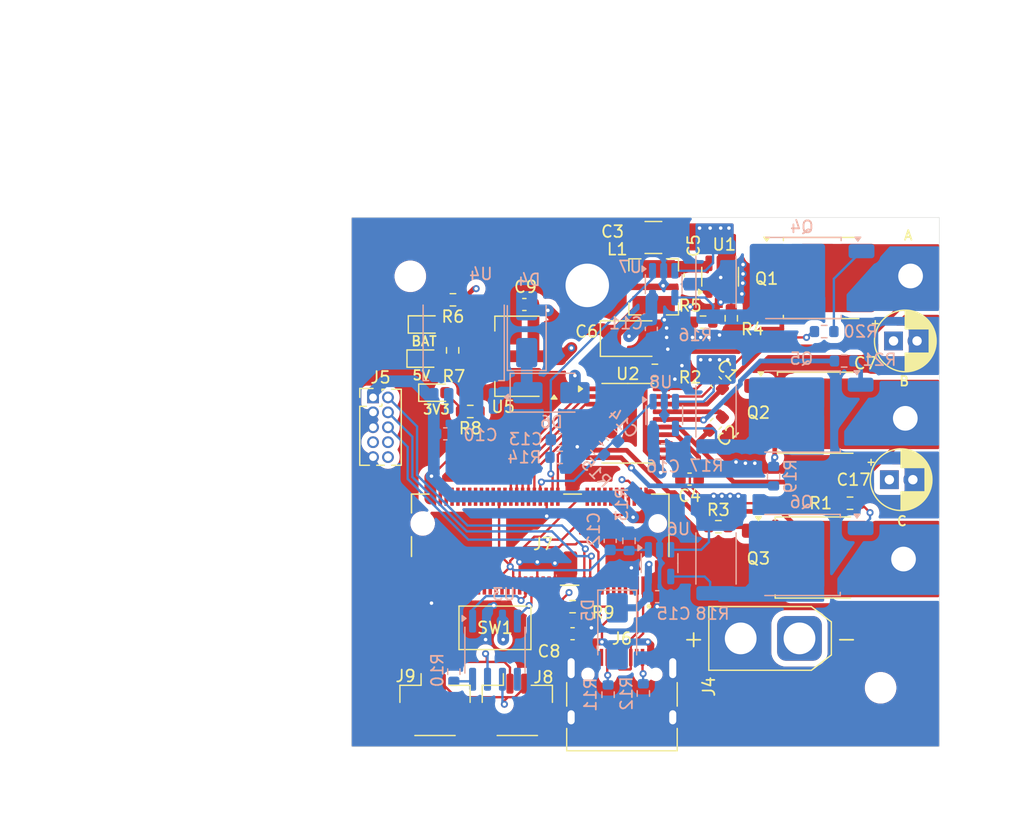
<source format=kicad_pcb>
(kicad_pcb (version 20240108) (generator "pcbnew") (generator_version "8.0")
  (layers (0 "F.Cu" signal) (1 "In1.Cu" signal) (2 "In2.Cu" signal) (31 "B.Cu" signal) (34 "B.Paste" user) (35 "F.Paste" user) (36 "B.SilkS" user "B.Silkscreen") (37 "F.SilkS" user "F.Silkscreen") (38 "B.Mask" user) (39 "F.Mask" user) (44 "Edge.Cuts" user))
  (net 0 "")
  (net 1 "/Logic/A.BOOTSTRAP")
  (net 2 "Net-(U1-CB)")
  (net 3 "Net-(U1-SW)")
  (net 4 "/Logic/A.SOURCE")
  (net 5 "/Logic/B.BOOTSTRAP")
  (net 6 "/Logic/B.SOURCE")
  (net 7 "+5V")
  (net 8 "GND")
  (net 9 "+BATT")
  (net 10 "Net-(Q1-G)")
  (net 11 "Net-(Q2-G)")
  (net 12 "/Logic/SWDIO")
  (net 13 "Net-(Q3-G)")
  (net 14 "Net-(D1-A)")
  (net 15 "/Logic/INLC")
  (net 16 "/Logic/~{BOOT}")
  (net 17 "Net-(D4-K)")
  (net 19 "Net-(J5-~{RESET})")
  (net 21 "Net-(J6-CC2)")
  (net 22 "Net-(J6-CC1)")
  (net 23 "/Logic/INHC")
  (net 24 "/Logic/INLA")
  (net 25 "/Logic/SWDCK")
  (net 28 "/Logic/INHB")
  (net 29 "/Logic/INLB")
  (net 30 "+3V3")
  (net 31 "/Logic/SWO")
  (net 32 "/Logic/INHA")
  (net 34 "/Logic/C.BOOTSTRAP")
  (net 37 "/Logic/C.SOURCE")
  (net 38 "/Logic/USB.VUSB")
  (net 41 "Net-(D2-A)")
  (net 42 "/Logic/USB.D+")
  (net 43 "/Logic/USB.D-")
  (net 44 "unconnected-(J8-MountPin-PadMP)")
  (net 45 "Net-(J8-Pin_2)")
  (net 46 "Net-(J8-Pin_1)")
  (net 47 "/Logic/CURRENT_B")
  (net 48 "/Logic/CURRENT_C")
  (net 49 "unconnected-(J9-MountPin-PadMP)")
  (net 50 "/Logic/CURRENT_A")
  (net 51 "Net-(D3-A)")
  (net 52 "Net-(Q4-D)")
  (net 53 "Net-(Q4-G)")
  (net 54 "Net-(Q5-G)")
  (net 55 "Net-(Q5-D)")
  (net 57 "Net-(U3-Rs)")
  (net 58 "/Logic/CAN_TX")
  (net 59 "/Logic/CAN_RX")
  (net 60 "Net-(Q6-G)")
  (net 61 "/Logic/A.GATEH")
  (net 62 "/Logic/A.GATEL")
  (net 63 "/Logic/B.GATEH")
  (net 64 "/Logic/B.GATEL")
  (net 65 "/Logic/C.GATEH")
  (net 66 "Net-(Q6-D)")
  (net 67 "/Logic/C.GATEL")
  (net 68 "+12V")
  (net 69 "Net-(U1-FB)")
  (footprint "Package_TO_SOT_SMD:TO-252-2" (layer "F.Cu") (at 184.34 97.92)
    (property "Reference" "Q3")
    (property "Value" "Q_NMOS_GDS")
  )
  (footprint "Inductor_SMD:L_Bourns-SRN4018" (layer "F.Cu") (at 170.7 74.9 -90)
    (property "Reference" "L1")
    (property "Value" "15uH")
  )
  (footprint "Capacitor_Tantalum_SMD:CP_EIA-3528-12_Kemet-T_Pad1.50x2.35mm_HandSolder" (layer "F.Cu") (at 168.8 79.3)
    (property "Reference" "C6")
    (property "Value" "22uF")
  )
  (footprint "LED_SMD:LED_0603_1608Metric" (layer "F.Cu") (at 152.2 83.9)
    (property "Reference" "D3" (hide yes))
    (property "Value" "RED")
  )
  (footprint "Resistor_SMD:R_0603_1608Metric" (layer "F.Cu") (at 170.8 82)
    (property "Reference" "R2")
    (property "Value" "10")
  )
  (footprint "Button_Switch_SMD:SW_SPST_CK_RS282G05A3" (layer "F.Cu") (at 157.2 103.9)
    (property "Reference" "SW1")
    (property "Value" "SW_Push")
  )
  (footprint "LED_SMD:LED_0603_1608Metric" (layer "F.Cu") (at 151.2 81)
    (property "Reference" "D2" (hide yes))
    (property "Value" "GREEN")
  )
  (footprint "Package_TO_SOT_SMD:SOT-223-3_TabPin2" (layer "F.Cu") (at 159.1 80.8 180)
    (property "Reference" "U5")
    (property "Value" "AMS1117-5.0")
  )
  (footprint "Resistor_SMD:R_0603_1608Metric" (layer "F.Cu") (at 163.8 102.1 180)
    (property "Reference" "R9")
    (property "Value" "10k")
  )
  (footprint "Connector_AMASS:AMASS_XT30U-M_1x02_P5.0mm_Vertical" (layer "F.Cu") (at 183.1 104.8 180)
    (property "Reference" "J4")
    (property "Value" "XT-30")
  )
  (footprint "LED_SMD:LED_0603_1608Metric" (layer "F.Cu") (at 151.3125 78.1)
    (property "Reference" "D1" (hide yes))
    (property "Value" "BLUE")
  )
  (footprint "Capacitor_THT:CP_Radial_D5.0mm_P2.00mm" (layer "F.Cu") (at 190.744888 91.3)
    (property "Reference" "C17")
    (property "Value" "22uF")
  )
  (footprint "Resistor_SMD:R_0603_1608Metric" (layer "F.Cu") (at 153.625 76 180)
    (property "Reference" "R6")
    (property "Value" "1.8k")
  )
  (footprint "Capacitor_SMD:C_0603_1608Metric" (layer "F.Cu") (at 176 83 -45)
    (property "Reference" "C1")
    (property "Value" "100nF")
  )
  (footprint "Capacitor_SMD:C_0603_1608Metric" (layer "F.Cu") (at 163.8 104.4)
    (property "Reference" "C8")
    (property "Value" "C")
  )
  (footprint "Capacitor_SMD:C_0603_1608Metric" (layer "F.Cu") (at 173.75 91.25 180)
    (property "Reference" "C4")
    (property "Value" "100nF")
  )
  (footprint "Resistor_SMD:R_0603_1608Metric" (layer "F.Cu") (at 155.1 85.5 180)
    (property "Reference" "R8")
    (property "Value" "68")
  )
  (footprint "Connector_Wire:SolderWire-1.5sqmm_1x01_D1.7mm_OD3.9mm" (layer "F.Cu") (at 192.1 86.08)
    (property "Reference" "J2" (hide yes))
    (property "Value" "MOTOR A")
  )
  (footprint "SJSU_common:micromod" (layer "F.Cu") (at 161.05 86.775)
    (property "Reference" "J7")
    (property "Value" "MicroMod" (hide yes))
  )
  (footprint "Package_TO_SOT_SMD:TO-252-2" (layer "F.Cu") (at 185.04 74.145)
    (property "Reference" "Q1")
    (property "Value" "Q_NMOS_GDS")
  )
  (footprint "Resistor_SMD:R_0603_1608Metric" (layer "F.Cu") (at 176.2 95.3)
    (property "Reference" "R3")
    (property "Value" "10")
  )
  (footprint "Connector_JST:JST_GH_SM02B-GHS-TB_1x02-1MP_P1.25mm_Horizontal" (layer "F.Cu") (at 159.1 110.5)
    (property "Reference" "J8")
    (property "Value" "CAN")
  )
  (footprint "MountingHole:MountingHole_2.2mm_M2" (layer "F.Cu") (at 150 74)
    (property "Reference" "H1" (hide yes))
    (property "Value" "MountingHole")
  )
  (footprint "Connector_JST:JST_GH_SM02B-GHS-TB_1x02-1MP_P1.25mm_Horizontal" (layer "F.Cu") (at 152.1 110.5)
    (property "Reference" "J9")
    (property "Value" "CAN")
  )
  (footprint "Connector_PinHeader_1.27mm:PinHeader_2x05_P1.27mm_Vertical" (layer "F.Cu") (at 146.83 84.3)
    (property "Reference" "J5")
    (property "Value" "Conn_ARM_JTAG_SWD_10")
  )
  (footprint "Capacitor_SMD:C_1210_3225Metric" (layer "F.Cu") (at 170.675 70.7)
    (property "Reference" "C3")
    (property "Value" "4.7uF")
  )
  (footprint "Connector_Wire:SolderWire-1.5sqmm_1x01_D1.7mm_OD3.9mm" (layer "F.Cu") (at 191.95 98.05)
    (property "Reference" "J3" (hide yes))
    (property "Value" "MOTOR A")
  )
  (footprint "MountingHole:MountingHole_2.2mm_M2" (layer "F.Cu") (at 190 109)
    (property "Reference" "H2" (hide yes))
    (property "Value" "MountingHole")
  )
  (footprint "Capacitor_SMD:C_0603_1608Metric" (layer "F.Cu") (at 159.7 76.4 180)
    (property "Reference" "C9")
    (property "Value" "2.2uF")
  )
  (footprint "Package_TO_SOT_SMD:TO-252-2" (layer "F.Cu") (at 184.54 85.6025)
    (property "Reference" "Q2")
    (property "Value" "Q_NMOS_GDS")
  )
  (footprint "Connector_Wire:SolderWire-1.5sqmm_1x01_D1.7mm_OD3.9mm" (layer "F.Cu") (at 192.55 73.975)
    (property "Reference" "J1" (hide yes))
    (property "Value" "MOTOR A")
  )
  (footprint "Connector_USB:USB_C_Receptacle_HRO_TYPE-C-31-M-12" (layer "F.Cu") (at 168 110.46)
    (property "Reference" "J6")
    (property "Value" "USB_C_Receptacle_USB2.0_16P")
  )
  (footprint "Resistor_SMD:R_0603_1608Metric" (layer "F.Cu") (at 177.3 77.575 90)
    (property "Reference" "R4")
    (property "Value" "3.9k")
  )
  (footprint "Capacitor_SMD:C_0603_1608Metric" (layer "F.Cu") (at 176 86.55 -135)
    (property "Reference" "C2")
    (property "Value" "100nF")
  )
  (footprint "Resistor_SMD:R_0603_1608Metric" (layer "F.Cu") (at 187.4 93.3)
    (property "Reference" "R1")
    (property "Value" "10")
  )
  (footprint "Package_SO:TSSOP-20_4.4x6.5mm_P0.65mm" (layer "F.Cu") (at 168.5 86.5)
    (property "Reference" "U2")
    (property "Value" "DRV8300DPW")
  )
  (footprint "Capacitor_SMD:C_0603_1608Metric" (layer "F.Cu") (at 173.8 73.9 90)
    (property "Reference" "C5")
    (property "Value" "0.1uF")
  )
  (footprint "Package_TO_SOT_SMD:SOT-23-6" (layer "F.Cu") (at 176.35 74.0375 90)
    (property "Reference" "U1")
    (property "Value" "LMR51610YDBVR")
  )
  (footprint "Resistor_SMD:R_0603_1608Metric" (layer "F.Cu") (at 153.6 80.3 90)
    (property "Reference" "R7")
    (property "Value" "120")
  )
  (footprint "Capacitor_THT:CP_Radial_D5.0mm_P2.00mm" (layer "F.Cu") (at 191.1 79.5)
    (property "Reference" "C7")
    (property "Value" "22uF")
  )
  (footprint "Resistor_SMD:R_0603_1608Metric" (layer "F.Cu") (at 174.9 77.9 180)
    (property "Reference" "R5")
    (property "Value" "56k")
  )
  (footprint "Resistor_SMD:R_0603_1608Metric" (layer "B.Cu") (at 162.7 89.4 180)
    (property "Reference" "R14")
    (property "Value" "82k")
  )
  (footprint "Resistor_SMD:R_2512_6332Metric" (layer "B.Cu") (at 176 98 90)
    (property "Reference" "R18")
    (property "Value" "10m")
  )
  (footprint "SJSU_common:TO-252AD" (layer "B.Cu") (at 158.3375 79.54 90)
    (property "Reference" "U4")
    (property "Value" "LF33CPT-TR" (hide yes))
  )
  (footprint "Capacitor_SMD:C_0603_1608Metric" (layer "B.Cu") (at 167.1 87.5 135)
    (property "Reference" "C14")
    (property "Value" "TBD")
  )
  (footprint "Resistor_SMD:R_0603_1608Metric" (layer "B.Cu") (at 169.82 109.485 -90)
    (property "Reference" "R12")
    (property "Value" "5.1k")
  )
  (footprint "Diode_SMD:D_SMA" (layer "B.Cu") (at 167.6 104.2 -90)
    (property "Reference" "D5")
    (property "Value" "D")
  )
  (footprint "Capacitor_SMD:C_0603_1608Metric" (layer "B.Cu") (at 167 96.5 90)
    (property "Reference" "C12")
    (property "Value" "TBD")
  )
  (footprint "Resistor_SMD:R_0603_1608Metric" (layer "B.Cu") (at 153.7 107.625 -90)
    (property "Reference" "R10")
    (property "Value" "100")
  )
  (footprint "Capacitor_SMD:C_0603_1608Metric" (layer "B.Cu") (at 171 101.25)
    (property "Reference" "C15")
    (property "Value" "0.1uF")
  )
  (footprint "Package_TO_SOT_SMD:SOT-23-5" (layer "B.Cu") (at 171.6 85.8 -90)
    (property "Reference" "U8")
    (property "Value" "INA169")
  )
  (footprint "Resistor_SMD:R_0603_1608Metric" (layer "B.Cu") (at 165.883363 88.583363 -45)
    (property "Reference" "R15")
    (property "Value" "82k")
  )
  (footprint "Capacitor_SMD:C_0603_1608Metric" (layer "B.Cu") (at 171.5 88.75)
    (property "Reference" "C16")
    (property "Value" "0.1uF")
  )
  (footprint "Resistor_SMD:R_0603_1608Metric" (layer "B.Cu") (at 180.9 91 90)
    (property "Reference" "R19")
    (property "Value" "10")
  )
  (footprint "Package_TO_SOT_SMD:TO-252-2" (layer "B.Cu") (at 183.26 85.5025 180)
    (property "Reference" "Q5")
    (property "Value" "Q_NMOS_GDS")
  )
  (footprint "Resistor_SMD:R_0603_1608Metric" (layer "B.Cu") (at 168.6 96.5 -90)
    (property "Reference" "R13")
    (property "Value" "82k")
  )
  (footprint "Resistor_SMD:R_0603_1608Metric" (layer "B.Cu") (at 166.82 109.585 -90)
    (property "Reference" "R11")
    (property "Value" "5.1k")
  )
  (footprint "Diode_SMD:D_SMA" (layer "B.Cu") (at 159.9 78.5 90)
    (property "Reference" "D4")
    (property "Value" "D")
  )
  (footprint "Resistor_SMD:R_2512_6332Metric" (layer "B.Cu") (at 176 74.47 90)
    (property "Reference" "R16")
    (property "Value" "10m")
  )
  (footprint "Package_TO_SOT_SMD:TO-252-2" (layer "B.Cu") (at 183.26 97.7025 180)
    (property "Reference" "Q6")
    (property "Value" "Q_NMOS_GDS")
  )
  (footprint "Package_SO:SOIC-8_3.9x4.9mm_P1.27mm" (layer "B.Cu") (at 157.2 105.8 -90)
    (property "Reference" "U3")
    (property "Value" "SN65HVD230")
  )
  (footprint "Capacitor_SMD:C_0603_1608Metric" (layer "B.Cu") (at 170.5 78.475 -90)
    (property "Reference" "C11")
    (property "Value" "0.1uF")
  )
  (footprint "Resistor_SMD:R_0603_1608Metric" (layer "B.Cu") (at 186.9 81.2)
    (property "Reference" "R21")
    (property "Value" "10")
  )
  (footprint "Diode_SMD:D_SMA" (layer "B.Cu") (at 162 83.9)
    (property "Reference" "D6")
    (property "Value" "D")
  )
  (footprint "Package_TO_SOT_SMD:TO-252-2" (layer "B.Cu") (at 183.335 74.145 180)
    (property "Reference" "Q4")
    (property "Value" "Q_NMOS_GDS")
  )
  (footprint "Resistor_SMD:R_2512_6332Metric" (layer "B.Cu") (at 176 85.5 90)
    (property "Reference" "R17")
    (property "Value" "10m")
  )
  (footprint "Capacitor_SMD:C_0603_1608Metric" (layer "B.Cu") (at 152.975 87.4)
    (property "Reference" "C10")
    (property "Value" "2.2uF")
  )
  (footprint "Package_TO_SOT_SMD:SOT-23-5" (layer "B.Cu") (at 171.55 74.67 -90)
    (property "Reference" "U7")
    (property "Value" "INA169")
  )
  (footprint "Package_TO_SOT_SMD:SOT-23-5" (layer "B.Cu") (at 171.2 98.4 -90)
    (property "Reference" "U6")
    (property "Value" "INA169")
  )
  (footprint "Capacitor_SMD:C_0603_1608Metric" (layer "B.Cu") (at 162.725 87.9)
    (property "Reference" "C13")
    (property "Value" "TBD")
  )
  (footprint "Resistor_SMD:R_0603_1608Metric" (layer "B.Cu") (at 185.2 78.7)
    (property "Reference" "R20")
    (property "Value" "10")
  )
  (gr_rect (start 145 69) (end 195 114) (stroke (width 0.0381)) (fill none) (layer "Edge.Cuts"))
  (gr_text "B\n" (at 191.5 83.4 0) (layer "F.SilkS") (effects (font (size 0.8128 0.8128) (thickness 0.1524) (bold yes)) (justify left bottom)))
  (gr_text "3V3\n" (at 151 85.8 0) (layer "F.SilkS") (effects (font (size 0.8128 0.8128) (thickness 0.1524) (bold yes)) (justify left bottom)))
  (gr_text "5V\n" (at 150.1 82.9 0) (layer "F.SilkS") (effects (font (size 0.8128 0.8128) (thickness 0.1524) (bold yes)) (justify left bottom)))
  (gr_text "BAT" (at 150 80 0) (layer "F.SilkS") (effects (font (size 0.8128 0.8128) (thickness 0.1524) (bold yes)) (justify left bottom)))
  (gr_text "C" (at 191.3 95.3 0) (layer "F.SilkS") (effects (font (size 0.8128 0.8128) (thickness 0.1524) (bold yes)) (justify left bottom)))
  (gr_text "A" (at 191.9 71 0) (layer "F.SilkS") (effects (font (size 0.8128 0.8128) (thickness 0.1524) (bold yes)) (justify left bottom)))
  (segment (start 174.328984 83.575) (end 171.3625 83.575) (width 0.2) (layer "F.Cu") (net 1))
  (segment (start 175.451992 82.451992) (end 174.328984 83.575) (width 0.2) (layer "F.Cu") (net 1))
  (segment (start 173.8 74.675) (end 174.85 74.675) (width 1) (layer "F.Cu") (net 2))
  (segment (start 174.85 74.675) (end 175.35 75.175) (width 1) (layer "F.Cu") (net 2))
  (segment (start 171.3625 84.875) (end 175.225 84.875) (width 0.4) (layer "F.Cu") (net 4))
  (segment (start 188.3 80) (end 192 76.3) (width 0.4) (layer "F.Cu") (net 4))
  (segment (start 192 76.3) (end 192 75.5) (width 0.4) (layer "F.Cu") (net 4))
  (segment (start 175.225 84.875) (end 180.1 80) (width 0.4) (layer "F.Cu") (net 4))
  (segment (start 180.1 80) (end 188.3 80) (width 0.4) (layer "F.Cu") (net 4))
  (segment (start 176.318502 85.525) (end 176.671751 85.878249) (width 0.4) (layer "F.Cu") (net 5))
  (segment (start 171.3625 85.525) (end 176.318502 85.525) (width 0.4) (layer "F.Cu") (net 5))
  (segment (start 188.25407 91.5) (end 192.1 87.65407) (width 0.4) (layer "F.Cu") (net 6))
  (segment (start 177.5 91.5) (end 188.25407 91.5) (width 0.4) (layer "F.Cu") (net 6))
  (segment (start 171.3625 86.825) (end 172.825 86.825) (width 0.4) (layer "F.Cu") (net 6))
  (segment (start 172.825 86.825) (end 177.5 91.5) (width 0.4) (layer "F.Cu") (net 6))
  (segment (start 175.328249 87.221751) (end 174.3 88.25) (width 0.4) (layer "F.Cu") (net 6))
  (segment (start 160.475 80.525) (end 160.475 76.4) (width 1) (layer "F.Cu") (net 7))
  (segment (start 162.25 80.8) (end 163 80.8) (width 1) (layer "F.Cu") (net 7))
  (segment (start 160.2 80.8) (end 155.95 80.8) (width 1) (layer "F.Cu") (net 7))
  (segment (start 153.6 81.125) (end 155.625 81.125) (width 0.2) (layer "F.Cu") (net 7))
  (segment (start 160.2 80.8) (end 160.475 80.525) (width 1) (layer "F.Cu") (net 7))
  (segment (start 162.25 80.8) (end 160.2 80.8) (width 1) (layer "F.Cu") (net 7))
  (segment (start 163 80.8) (end 163.7 80.1) (width 1) (layer "F.Cu") (net 7))
  (via (at 171.3 90.7) (size 0.6) (drill 0.3) (layers "F.Cu" "B.Cu") (net 7))
  (via (at 168.6 79.1) (size 0.6) (drill 0.3) (layers "F.Cu" "B.Cu") (net 7))
  (via (at 163.7 80.1) (size 0.6) (drill 0.3) (layers "F.Cu" "B.Cu") (net 7))
  (via (at 170.3 98.5) (size 0.6) (drill 0.3) (layers "F.Cu" "B.Cu") (net 7))
  (via (at 164.000001 82.446873) (size 0.6) (drill 0.3) (layers "F.Cu" "B.Cu") (net 7))
  (segment (start 164.000001 82.446873) (end 164.000001 83.9) (width 1) (layer "B.Cu") (net 7))
  (segment (start 170.225 99.5625) (end 170.25 99.5375) (width 0.6) (layer "B.Cu") (net 7))
  (segment (start 167.6 102.2) (end 169.275 102.2) (width 0.6) (layer "B.Cu") (net 7))
  (segment (start 170.65 88.675) (end 170.725 88.75) (width 1) (layer "B.Cu") (net 7))
  (segment (start 170.725 88.75) (end 170.725 90.125) (width 1) (layer "B.Cu") (net 7))
  (segment (start 168.6 79.1) (end 170 77.7) (width 1) (layer "B.Cu") (net 7))
  (segment (start 170.725 90.125) (end 171.3 90.7) (width 1) (layer "B.Cu") (net 7))
  (segment (start 169.275 102.2) (end 170.225 101.25) (width 0.6) (layer "B.Cu") (net 7))
  (segment (start 170.65 86.9375) (end 170.65 88.675) (width 1) (layer "B.Cu") (net 7))
  (segment (start 170.5 75.9075) (end 170.6 75.8075) (width 1) (layer "B.Cu") (net 7))
  (segment (start 170 77.7) (end 170.5 77.7) (width 1) (layer "B.Cu") (net 7))
  (segment (start 170.25 98.55) (end 170.3 98.5) (width 0.6) (layer "B.Cu") (net 7))
  (segment (start 170.25 99.5375) (end 170.25 98.55) (width 0.6) (layer "B.Cu") (net 7))
  (segment (start 170.5 77.7) (end 170.5 75.9075) (width 1) (layer "B.Cu") (net 7))
  (segment (start 170.225 101.25) (end 170.225 99.5625) (width 0.6) (layer "B.Cu") (net 7))
  (segment (start 164.6 88.1) (end 165.6625 88.1) (width 0.2) (layer "F.Cu") (net 8))
  (segment (start 170.3 100.3) (end 170.3 101.4) (width 0.2) (layer "F.Cu") (net 8))
  (segment (start 176.35 75.175) (end 176.35 74.15) (width 0.4) (layer "F.Cu") (net 8))
  (segment (start 168.8 100.3) (end 168.8 98.8) (width 0.2) (layer "F.Cu") (net 8))
  (segment (start 151.8 100.3) (end 151.8 101.8) (width 0.2) (layer "F.Cu") (net 8))
  (segment (start 177.675 74.1) (end 180 76.425) (width 0.4) (layer "F.Cu") (net 8))
  (segment (start 160.8 100.3) (end 160.8 98.3) (width 0.2) (layer "F.Cu") (net 8))
  (segment (start 164.2 88.5) (end 164.6 88.1) (width 0.2) (layer "F.Cu") (net 8))
  (segment (start 159.3 100.3) (end 159.3 98.3) (width 0.2) (layer "F.Cu") (net 8))
  (segment (start 170.3 101.4) (end 171 102.1) (width 0.2) (layer "F.Cu") (net 8))
  (segment (start 176.35 74.15) (end 176.4 74.1) (width 0.4) (layer "F.Cu") (net 8))
  (segment (start 176.4 74.1) (end 177.675 74.1) (width 0.4) (layer "F.Cu") (net 8))
  (segment (start 161.6 94.4) (end 161.6 92.8) (width 0.2) (layer "F.Cu") (net 8))
  (segment (start 162.3 100.3) (end 162.3 98.4) (width 0.2) (layer "F.Cu") (net 8))
  (via (at 165.4 103.9) (size 0.6) (drill 0.3) (layers "F.Cu" "B.Cu") (net 8))
  (via (at 177.7 89.8) (size 0.6) (drill 0.3) (layers "F.Cu" "B.Cu") (net 8))
  (via (at 178.3 73.8) (size 0.6) (drill 0.3) (layers "F.Cu" "B.Cu") (net 8))
  (via (at 171.6 77.7) (size 0.6) (drill 0.3) (layers "F.Cu" "B.Cu") (net 8))
  (via (at 173.1 81.6) (size 0.6) (drill 0.3) (layers "F.Cu" "B.Cu") (net 8))
  (via (at 174 79.2) (size 0.6) (drill 0.3) (layers "F.Cu" "B.Cu") (net 8))
  (via (at 176.4 74.1) (size 0.6) (drill 0.3) (layers "F.Cu" "B.Cu") (net 8))
  (via (at 179.3 89.9) (size 0.6) (drill 0.3) (layers "F.Cu" "B.Cu") (net 8))
  (via (at 161.6 94.4) (size 0.6) (drill 0.3) (layers "F.Cu" "B.Cu") (net 8))
  (via (at 164.2 88.5) (size 0.6) (drill 0.3) (layers "F.Cu" "B.Cu") (net 8))
  (via (at 156.4 104.9) (size 0.6) (drill 0.3) (layers "F.Cu" "B.Cu") (net 8))
  (via (at 176.4 76.2) (size 0.6) (drill 0.3) (layers "F.Cu" "B.Cu") (net 8))
  (via (at 174.7 79.2) (size 0.6) (drill 0.3) (layers "F.Cu" "B.Cu") (net 8))
  (via (at 168.8 98.8) (size 0.6) (drill 0.3) (layers "F.Cu" "B.Cu") (net 8))
  (via (at 176.3 79) (size 0.6) (drill 0.3) (layers "F.Cu" "B.Cu") (net 8))
  (via (at 171.9 80.2) (size 0.6) (drill 0.3) (layers "F.Cu" "B.Cu") (net 8))
  (via (at 178.3 73) (size 0.6) (drill 0.3) (layers "F.Cu" "B.Cu") (net 8))
  (via (at 159.3 98.3) (size 0.6) (drill 0.3) (layers "F.Cu" "B.Cu") (net 8))
  (via (at 172.5 82.75) (size 0.6) (drill 0.3) (layers "F.Cu" "B.Cu") (net 8))
  (via (at 173.8 76.6) (size 0.6) (drill 0.3) (layers "F.Cu" "B.Cu") (net 8))
  (via (at 178.5 89.9) (size 0.6) (drill 0.3) (layers "F.Cu" "B.Cu") (net 8))
  (via (at 178.2 75.5) (size 0.6) (drill 0.3) (layers "F.Cu" "B.Cu") (net 8))
  (via (at 157.1 102) (size 0.6) (drill 0.3) (layers "F.Cu" "B.Cu") (net 8))
  (via (at 162.3 98.4) (size 0.6) (drill 0.3) (layers "F.Cu" "B.Cu") (net 8))
  (via (at 160.8 98.3) (size 0.6) (drill 0.3) (layers "F.Cu" "B.Cu") (net 8))
  (via (at 151.8 101.8) (size 0.6) (drill 0.3) (layers "F.Cu" "B.Cu") (net 8))
  (via (at 178.273396 74.582254) (size 0.6) (drill 0.3) (layers "F.Cu" "B.Cu") (net 8))
  (via (at 171.8 78.4) (size 0.6) (drill 0.3) (layers "F.Cu" "B.Cu") (net 8))
  (via (at 171 102.1) (size 0.6) (drill 0.3) (layers "F.Cu" "B.Cu") (net 8))
  (via (at 175.4 79.2) (size 0.6) (drill 0.3) (layers "F.Cu" "B.Cu") (net 8))
  (via (at 171.5 74.8) (size 0.6) (drill 0.3) (layers "F.Cu" "B.Cu") (net 8))
  (via (at 171.8 79.2) (size 0.6) (drill 0.3) (layers "F.Cu" "B.Cu") (net 8))
  (segment (start 156.565 103.325) (end 156.565 104.735) (width 0.2) (layer "B.Cu") (net 8))
  (segment (start 156.565 104.735) (end 156.4 104.9) (width 0.2) (layer "B.Cu") (net 8))
  (segment (start 171.2 97.2625) (end 171.2 97.924999) (width 0.2) (layer "B.Cu") (net 8))
  (segment (start 172.15 100.875) (end 171.775 101.25) (width 0.6) (layer "B.Cu") (net 8))
  (segment (start 151.425 105.7) (end 151.425 104.575) (width 0.2) (layer "B.Cu") (net 8))
  (segment (start 171.6 84.6625) (end 171.6 85.324999) (width 0.2) (layer "B.Cu") (net 8))
  (segment (start 155.6 75.05) (end 155.4 75.05) (width 0.4) (layer "F.Cu") (net 9))
  (segment (start 155.4 75.05) (end 154.45 76) (width 0.4) (layer "F.Cu") (net 9))
  (via (at 176.3 81.1) (size 0.6) (drill 0.3) (layers "F.Cu" "B.Cu") (net 9))
  (via (at 177.1 69.9) (size 0.6) (drill 0.3) (layers "F.Cu" "B.Cu") (net 9))
  (via (at 175.5 81.1) (size 0.6) (drill 0.3) (layers "F.Cu" "B.Cu") (net 9))
  (via (at 176.5 92.7) (size 0.6) (drill 0.3) (layers "F.Cu" "B.Cu") (net 9))
  (via (at 155.6 75.05) (size 0.6) (drill 0.3) (layers "F.Cu" "B.Cu") (net 9))
  (via (at 174.7 81.1) (size 0.6) (drill 0.3) (layers "F.Cu" "B.Cu") (net 9))
  (via (at 174.6 69.9) (size 0.6) (drill 0.3) (layers "F.Cu" "B.Cu") (net 9))
  (via (at 175.8 92.7) (size 0.6) (drill 0.3) (layers "F.Cu" "B.Cu") (net 9))
  (via (at 175.5 69.9) (size 0.6) (drill 0.3) (layers "F.Cu" "B.Cu") (net 9))
  (via (at 177.2 92.7) (size 0.6) (drill 0.3) (layers "F.Cu" "B.Cu") (net 9))
  (via (at 177 81.1) (size 0.6) (drill 0.3) (layers "F.Cu" "B.Cu") (net 9))
  (via (at 177.9 92.7) (size 0.6) (drill 0.3) (layers "F.Cu" "B.Cu") (net 9))
  (via (at 176.4 69.9) (size 0.6) (drill 0.3) (layers "F.Cu" "B.Cu") (net 9))
  (segment (start 175.4 96.6) (end 175.4 95.2375) (width 0.2) (layer "B.Cu") (net 9))
  (segment (start 172.5 73.5325) (end 175.0875 73.5325) (width 0.2) (layer "B.Cu") (net 9))
  (segment (start 175.8 83.8) (end 175.8 82.6375) (width 0.2) (layer "B.Cu") (net 9))
  (segment (start 174.9375 84.6625) (end 175.8 83.8) (width 0.2) (layer "B.Cu") (net 9))
  (segment (start 172.55 84.6625) (end 174.9375 84.6625) (width 0.2) (layer "B.Cu") (net 9))
  (segment (start 174.7375 97.2625) (end 175.4 96.6) (width 0.2) (layer "B.Cu") (net 9))
  (segment (start 175.75 72.87) (end 175.75 71.5075) (width 0.2) (layer "B.Cu") (net 9))
  (segment (start 172.15 97.2625) (end 174.7375 97.2625) (width 0.2) (layer "B.Cu") (net 9))
  (segment (start 175.0875 73.5325) (end 175.75 72.87) (width 0.2) (layer "B.Cu") (net 9))
  (segment (start 181.6 78.5) (end 181.6 73.465) (width 0.4) (layer "F.Cu") (net 10))
  (segment (start 173.225 80.4) (end 177.92825 80.4) (width 0.4) (layer "F.Cu") (net 10))
  (segment (start 177.92825 80.4) (end 179.82825 78.5) (width 0.4) (layer "F.Cu") (net 10))
  (segment (start 179.82825 78.5) (end 181.6 78.5) (width 0.4) (layer "F.Cu") (net 10))
  (segment (start 171.625 82) (end 173.225 80.4) (width 0.4) (layer "F.Cu") (net 10))
  (segment (start 181.6 73.465) (end 180 71.865) (width 0.4) (layer "F.Cu") (net 10))
  (segment (start 181 84.8225) (end 179.5 83.3225) (width 0.4) (layer "F.Cu") (net 11))
  (segment (start 181 89.4) (end 181 84.8225) (width 0.4) (layer "F.Cu") (net 11))
  (via (at 181 89.4) (size 0.6) (drill 0.3) (layers "F.Cu" "B.Cu") (net 11))
  (segment (start 180.9 89.5) (end 181 89.4) (width 0.4) (layer "B.Cu") (net 11))
  (segment (start 180.9 90.175) (end 180.9 89.5) (width 0.4) (layer "B.Cu") (net 11))
  (segment (start 164.887851 97.185422) (end 164.8 97.273273) (width 0.2) (layer "F.Cu") (net 12))
  (segment (start 164.8 97.273273) (end 164.8 100.3) (width 0.2) (layer "F.Cu") (net 12))
  (via (at 164.887851 97.185422) (size 0.6) (drill 0.3) (layers "F.Cu" "B.Cu") (net 12))
  (segment (start 162.902429 95.2) (end 154.86863 95.2) (width 0.2) (layer "B.Cu") (net 12))
  (segment (start 150.573654 86.773654) (end 148.1 84.3) (width 0.2) (layer "B.Cu") (net 12))
  (segment (start 150.573654 90.905024) (end 150.573654 86.773654) (width 0.2) (layer "B.Cu") (net 12))
  (segment (start 164.887851 97.185422) (end 162.902429 95.2) (width 0.2) (layer "B.Cu") (net 12))
  (segment (start 154.86863 95.2) (end 150.573654 90.905024) (width 0.2) (layer "B.Cu") (net 12))
  (segment (start 177.025 95.3) (end 178.96 95.3) (width 0.4) (layer "F.Cu") (net 13))
  (segment (start 152.8 77.4) (end 152.1 78.1) (width 0.2) (layer "F.Cu") (net 14))
  (segment (start 152.8 76) (end 152.8 77.4) (width 0.2) (layer "F.Cu") (net 14))
  (segment (start 165.6375 86.825) (end 164.900001 86.825) (width 0.2) (layer "F.Cu") (net 15))
  (segment (start 164.900001 86.825) (end 162.55 89.175001) (width 0.2) (layer "F.Cu") (net 15))
  (segment (start 162.55 89.175001) (end 162.55 92.75) (width 0.2) (layer "F.Cu") (net 15))
  (segment (start 163.025 103.7) (end 164.625 102.1) (width 0.2) (layer "F.Cu") (net 16))
  (segment (start 162.525 103.9) (end 163.025 104.4) (width 0.2) (layer "F.Cu") (net 16))
  (segment (start 161.1 103.9) (end 162.525 103.9) (width 0.2) (layer "F.Cu") (net 16))
  (segment (start 167.8 101.236708) (end 167.8 100.3) (width 0.2) (layer "F.Cu") (net 16))
  (segment (start 166.936708 102.1) (end 167.8 101.236708) (width 0.2) (layer "F.Cu") (net 16))
  (segment (start 163.025 104.4) (end 163.025 103.7) (width 0.2) (layer "F.Cu") (net 16))
  (segment (start 164.625 102.1) (end 166.936708 102.1) (width 0.2) (layer "F.Cu") (net 16))
  (segment (start 157.7775 83.9) (end 157.0775 84.6) (width 1) (layer "B.Cu") (net 17))
  (segment (start 159.999999 83.9) (end 157.7775 83.9) (width 1) (layer "B.Cu") (net 17))
  (segment (start 159.9 80.5) (end 159.9 83.800001) (width 1) (layer "B.Cu") (net 17))
  (segment (start 168.536708 91.4) (end 169.05 91.913292) (width 0.2) (layer "F.Cu") (net 19))
  (segment (start 168 91.3) (end 168.1 91.4) (width 0.2) (layer "F.Cu") (net 19))
  (segment (start 169.05 91.913292) (end 169.05 92.75) (width 0.2) (layer "F.Cu") (net 19))
  (segment (start 168.1 91.4) (end 168.536708 91.4) (width 0.2) (layer "F.Cu") (net 19))
  (via (at 168 91.3) (size 0.6) (drill 0.3) (layers "F.Cu" "B.Cu") (net 19))
  (segment (start 169.75 106.415) (end 169.75 107.75) (width 0.2) (layer "F.Cu") (net 21))
  (segment (start 169.75 107.75) (end 169.8 107.8) (width 0.2) (layer "F.Cu") (net 21))
  (via (at 169.8 107.8) (size 0.6) (drill 0.3) (layers "F.Cu" "B.Cu") (net 21))
  (segment (start 169.8 107.8) (end 169.8 108.64) (width 0.2) (layer "B.Cu") (net 21))
  (segment (start 166.75 106.415) (end 166.75 107.892145) (width 0.2) (layer "F.Cu") (net 22))
  (segment (start 166.75 107.892145) (end 166.790903 107.933048) (width 0.2) (layer "F.Cu") (net 22))
  (via (at 166.790903 107.933048) (size 0.6) (drill 0.3) (layers "F.Cu" "B.Cu") (net 22))
  (segment (start 166.790903 107.933048) (end 166.790903 108.730903) (width 0.2) (layer "B.Cu") (net 22))
  (segment (start 164.900001 84.875) (end 159.55 90.225001) (width 0.2) (layer "F.Cu") (net 23))
  (segment (start 165.6375 84.875) (end 164.900001 84.875) (width 0.2) (layer "F.Cu") (net 23))
  (segment (start 159.55 90.225001) (end 159.55 92.75) (width 0.2) (layer "F.Cu") (net 23))
  (segment (start 165.6375 85.525) (end 164.900001 85.525) (width 0.2) (layer "F.Cu") (net 24))
  (segment (start 164.900001 85.525) (end 160.05 90.375001) (width 0.2) (layer "F.Cu") (net 24))
  (segment (start 160.05 90.375001) (end 160.05 92.75) (width 0.2) (layer "F.Cu") (net 24))
  (segment (start 165.4 97.800001) (end 165.3 97.900001) (width 0.2) (layer "F.Cu") (net 25))
  (segment (start 165.3 97.900001) (end 165.3 100.3) (width 0.2) (layer "F.Cu") (net 25))
  (via (at 165.4 97.800001) (size 0.6) (drill 0.3) (layers "F.Cu" "B.Cu") (net 25))
  (segment (start 150.173654 87.643654) (end 148.1 85.57) (width 0.2) (layer "B.Cu") (net 25))
  (segment (start 154.802944 95.7) (end 150.173654 91.07071) (width 0.2) (layer "B.Cu") (net 25))
  (segment (start 162.051471 95.7) (end 154.802944 95.7) (width 0.2) (layer "B.Cu") (net 25))
  (segment (start 150.173654 91.07071) (end 150.173654 87.643654) (width 0.2) (layer "B.Cu") (net 25))
  (segment (start 165.4 97.800001) (end 164.151472 97.800001) (width 0.2) (layer "B.Cu") (net 25))
  (segment (start 164.151472 97.800001) (end 162.051471 95.7) (width 0.2) (layer "B.Cu") (net 25))
  (segment (start 164.900001 84.225) (end 159.05 90.075001) (width 0.2) (layer "F.Cu") (net 28))
  (segment (start 159.05 90.075001) (end 159.05 92.75) (width 0.2) (layer "F.Cu") (net 28))
  (segment (start 165.6375 84.225) (end 164.900001 84.225) (width 0.2) (layer "F.Cu") (net 28))
  (segment (start 160.55 90.525001) (end 160.55 92.75) (width 0.2) (layer "F.Cu") (net 29))
  (segment (start 164.900001 86.175) (end 160.55 90.525001) (width 0.2) (layer "F.Cu") (net 29))
  (segment (start 165.6375 86.175) (end 164.900001 86.175) (width 0.2) (layer "F.Cu") (net 29))
  (segment (start 162.975 102.1) (end 162.975 101.425) (width 0.2) (layer "F.Cu") (net 30))
  (segment (start 151.7 91.1) (end 151.7 92.9) (width 1) (layer "F.Cu") (net 30))
  (segment (start 170.4 93.802394) (end 170.4 92.6) (width 1) (layer "F.Cu") (net 30))
  (segment (start 155.925 85.5) (end 155.925 86.875) (width 0.2) (layer "F.Cu") (net 30))
  (segment (start 168.95 94.5) (end 169.702394 94.5) (width 1) (layer "F.Cu") (net 30))
  (segment (start 151.7 91.1) (end 155.925 86.875) (width 0.2) (layer "F.Cu") (net 30))
  (segment (start 169.702394 94.5) (end 170.4 93.802394) (width 1) (layer "F.Cu") (net 30))
  (segment (start 162.975 101.425) (end 163.5 100.9) (width 0.2) (layer "F.Cu") (net 30))
  (via (at 151.8 91) (size 0.6) (drill 0.3) (layers "F.Cu" "B.Cu") (net 30))
  (via (at 157.9 104.9) (size 0.6) (drill 0.3) (layers "F.Cu" "B.Cu") (net 30))
  (via (at 168.95 94.5) (size 0.6) (drill 0.3) (layers "F.Cu" "B.Cu") (net 30))
  (via (at 163.5 100.9) (size 0.6) (drill 0.3) (layers "F.Cu" "B.Cu") (net 30))
  (segment (start 150.3275 82.93) (end 151.9975 84.6) (width 1) (layer "B.Cu") (net 30))
  (segment (start 157.9 103.39) (end 157.835 103.325) (width 1) (layer "B.Cu") (net 30))
  (segment (start 153.525 92.725) (end 167.175 92.725) (width 1) (layer "B.Cu") (net 30))
  (segment (start 157.9 104.9) (end 157.9 103.39) (width 1) (layer "B.Cu") (net 30))
  (segment (start 146.83 83.872943) (end 146.83 84.3) (width 1) (layer "B.Cu") (net 30))
  (segment (start 151.9975 84.6) (end 151.9975 90.8025) (width 1) (layer "B.Cu") (net 30))
  (segment (start 150.3275 82.93) (end 147.772943 82.93) (width 1) (layer "B.Cu") (net 30))
  (segment (start 167.175 92.725) (end 168.95 94.5) (width 1) (layer "B.Cu") (net 30))
  (segment (start 147.772943 82.93) (end 146.83 83.872943) (width 1) (layer "B.Cu") (net 30))
  (segment (start 151.8 91) (end 153.525 92.725) (width 1) (layer "B.Cu") (net 30))
  (segment (start 151.9975 90.8025) (end 151.8 91) (width 1) (layer "B.Cu") (net 30))
  (segment (start 166.5 94.2) (end 166.6 94.3) (width 0.2) (layer "F.Cu") (net 31))
  (segment (start 161.7 96.4) (end 162.9 96.4) (width 0.2) (layer "F.Cu") (net 31))
  (segment (start 165.1 94.2) (end 166.5 94.2) (width 0.2) (layer "F.Cu") (net 31))
  (segment (start 168.55 93.768629) (end 168.55 92.75) (width 0.2) (layer "F.Cu") (net 31))
  (segment (start 166.6 94.3) (end 168.018629 94.3) (width 0.2) (layer "F.Cu") (net 31))
  (segment (start 162.9 96.4) (end 165.1 94.2) (width 0.2) (layer "F.Cu") (net 31))
  (segment (start 168.018629 94.3) (end 168.55 93.768629) (width 0.2) (layer "F.Cu") (net 31))
  (via (at 161.7 96.4) (size 0.6) (drill 0.3) (layers "F.Cu" "B.Cu") (net 31))
  (segment (start 154.937258 96.4) (end 161.7 96.4) (width 0.2) (layer "B.Cu") (net 31))
  (segment (start 149.773654 91.236396) (end 149.773654 88.513654) (width 0.2) (layer "B.Cu") (net 31))
  (segment (start 149.773654 88.513654) (end 148.1 86.84) (width 0.2) (layer "B.Cu") (net 31))
  (segment (start 154.937258 96.4) (end 149.773654 91.236396) (width 0.2) (layer "B.Cu") (net 31))
  (segment (start 164.900001 83.575) (end 158.55 89.925001) (width 0.2) (layer "F.Cu") (net 32))
  (segment (start 158.55 89.925001) (end 158.55 92.75) (width 0.2) (layer "F.Cu") (net 32))
  (segment (start 165.6375 83.575) (end 164.900001 83.575) (width 0.2) (layer "F.Cu") (net 32))
  (segment (start 172.626472 87.475) (end 174.525 89.373528) (width 0.4) (layer "F.Cu") (net 34))
  (segment (start 174.525 89.373528) (end 174.525 91.25) (width 0.4) (layer "F.Cu") (net 34))
  (segment (start 171.3625 87.475) (end 172.626472 87.475) (width 0.4) (layer "F.Cu") (net 34))
  (segment (start 175.25 94) (end 181.53 94) (width 0.4) (layer "F.Cu") (net 37))
  (segment (start 181.53 94) (end 183.925 96.395) (width 0.4) (layer "F.Cu") (net 37))
  (segment (start 172.975 91.25) (end 172.975 91.725) (width 0.4) (layer "F.Cu") (net 37))
  (segment (start 172.159878 88.775) (end 172.975 89.590122) (width 0.4) (layer "F.Cu") (net 37))
  (segment (start 172.975 89.590122) (end 172.975 91.25) (width 0.4) (layer "F.Cu") (net 37))
  (segment (start 171.3625 88.775) (end 172.159878 88.775) (width 0.4) (layer "F.Cu") (net 37))
  (segment (start 172.975 91.725) (end 175.25 94) (width 0.4) (layer "F.Cu") (net 37))
  (segment (start 165.55 106.415) (end 165.55 105.24) (width 0.6) (layer "F.Cu") (net 38))
  (segment (start 166.3 103.734314) (end 166.3 105.1) (width 0.2) (layer "F.Cu") (net 38))
  (segment (start 168.3 101.734314) (end 166.3 103.734314) (width 0.2) (layer "F.Cu") (net 38))
  (segment (start 170.45 105.35) (end 170.2 105.1) (width 0.6) (layer "F.Cu") (net 38))
  (segment (start 168.3 100.3) (end 168.3 101.734314) (width 0.2) (layer "F.Cu") (net 38))
  (segment (start 165.55 105.24) (end 165.69 105.1) (width 0.6) (layer "F.Cu") (net 38))
  (segment (start 165.69 105.1) (end 166.3 105.1) (width 0.6) (layer "F.Cu") (net 38))
  (segment (start 170.45 106.415) (end 170.45 105.35) (width 0.6) (layer "F.Cu") (net 38))
  (via (at 166.3 105.1) (size 0.6) (drill 0.3) (layers "F.Cu" "B.Cu") (net 38))
  (via (at 170.2 105.1) (size 0.6) (drill 0.3) (layers "F.Cu" "B.Cu") (net 38))
  (segment (start 168.7 105.1) (end 167.6 106.2) (width 0.6) (layer "B.Cu") (net 38))
  (segment (start 166.5 105.1) (end 167.6 106.2) (width 0.6) (layer "B.Cu") (net 38))
  (segment (start 170.2 105.1) (end 168.7 105.1) (width 0.6) (layer "B.Cu") (net 38))
  (segment (start 166.3 105.1) (end 166.5 105.1) (width 0.6) (layer "B.Cu") (net 38))
  (segment (start 153.5125 79.475) (end 151.9875 81) (width 0.2) (layer "F.Cu") (net 41))
  (segment (start 168.75 106.415) (end 168.75 105.44) (width 0.2) (layer "F.Cu") (net 42))
  (segment (start 168.75 107.39) (end 168.75 106.415) (width 0.2) (layer "F.Cu") (net 42))
  (segment (start 167.75 106.415) (end 167.75 107.39) (width 0.2) (layer "F.Cu") (net 42))
  (segment (start 168.7 107.44) (end 168.75 107.39) (width 0.2) (layer "F.Cu") (net 42))
  (segment (start 168.75 105.44) (end 169.8 104.39) (width 0.2) (layer "F.Cu") (net 42))
  (segment (start 167.75 107.39) (end 167.8 107.44) (width 0.2) (layer "F.Cu") (net 42))
  (segment (start 167.8 107.44) (end 168.7 107.44) (width 0.2) (layer "F.Cu") (net 42))
  (segment (start 169.8 104.39) (end 169.8 100.3) (width 0.2) (layer "F.Cu") (net 42))
  (segment (start 167.25 105.44) (end 167.25 106.415) (width 0.2) (layer "F.Cu") (net 43))
  (segment (start 167.315686 105.374314) (end 167.25 105.44) (width 0.2) (layer "F.Cu") (net 43))
  (segment (start 169.3 100.3) (end 169.3 104.324314) (width 0.2) (layer "F.Cu") (net 43))
  (segment (start 169.3 104.324314) (end 168.25 105.374314) (width 0.2) (layer "F.Cu") (net 43))
  (segment (start 168.25 105.374314) (end 168.25 106.415) (width 0.2) (layer "F.Cu") (net 43))
  (segment (start 168.25 105.374314) (end 167.315686 105.374314) (width 0.2) (layer "F.Cu") (net 43))
  (segment (start 156.625 111.85) (end 161.575 111.85) (width 0.2) (layer "F.Cu") (net 44))
  (segment (start 158 110.1) (end 158.3 109.8) (width 0.2) (layer "F.Cu") (net 45))
  (segment (start 158 110.4) (end 158 110.1) (width 0.2) (layer "F.Cu") (net 45))
  (segment (start 152.725 108.65) (end 153.875 109.8) (width 0.2) (layer "F.Cu") (net 45))
  (segment (start 158.9 109.8) (end 159.725 108.975) (width 0.2) (layer "F.Cu") (net 45))
  (segment (start 153.875 109.8) (end 158.3 109.8) (width 0.2) (layer "F.Cu") (net 45))
  (segment (start 158.3 109.8) (end 158.9 109.8) (width 0.2) (layer "F.Cu") (net 45))
  (via (at 158 110.4) (size 0.6) (drill 0.3) (layers "F.Cu" "B.Cu") (net 45))
  (segment (start 157.835 108.275) (end 157.835 110.235) (width 0.2) (layer "B.Cu") (net 45))
  (segment (start 157.835 110.235) (end 158 110.4) (width 0.2) (layer "B.Cu") (net 45))
  (segment (start 151.475 107.800001) (end 152.475001 106.8) (width 0.2) (layer "F.Cu") (net 46))
  (segment (start 156.5 106.2) (end 156.5 106.8) (width 0.2) (layer "F.Cu") (net 46))
  (segment (start 158.475 107.275) (end 158.475 108.65) (width 0.2) (layer "F.Cu") (net 46))
  (segment (start 156.5 106.8) (end 158 106.8) (width 0.2) (layer "F.Cu") (net 46))
  (segment (start 156.4 106.1) (end 156.5 106.2) (width 0.2) (layer "F.Cu") (net 46))
  (segment (start 158 106.8) (end 158.475 107.275) (width 0.2) (layer "F.Cu") (net 46))
  (segment (start 151.475 108.65) (end 151.475 107.800001) (width 0.2) (layer "F.Cu") (net 46))
  (segment (start 152.475001 106.8) (end 156.5 106.8) (width 0.2) (layer "F.Cu") (net 46))
  (via (at 156.4 106.1) (size 0.6) (drill 0.3) (layers "F.Cu" "B.Cu") (net 46))
  (segment (start 156.565 108.275) (end 156.565 106.265) (width 0.2) (layer "B.Cu") (net 46))
  (segment (start 156.565 106.265) (end 156.4 106.1) (width 0.2) (layer "B.Cu") (net 46))
  (segment (start 161.05 91.6) (end 161.05 92.75) (width 0.2) (layer "F.Cu") (net 47))
  (segment (start 161.15 91.5) (end 161.05 91.6) (width 0.2) (layer "F.Cu") (net 47))
  (via (at 161.15 91.5) (size 0.6) (drill 0.3) (layers "F.Cu" "B.Cu") (net 47))
  (segment (start 161.15 91.5) (end 161.25 91.4) (width 0.2) (layer "B.Cu") (net 47))
  (segment (start 163.9125 91.4) (end 170.65 84.6625) (width 0.2) (layer "B.Cu") (net 47))
  (segment (start 161.25 91.4) (end 163.9125 91.4) (width 0.2) (layer "B.Cu") (net 47))
  (segment (start 157.55 97.65) (end 157.55 92.75) (width 0.2) (layer "F.Cu") (net 48))
  (segment (start 160.548529 96.151471) (end 159.65 97.05) (width 0.2) (layer "F.Cu") (net 48))
  (segment (start 158.5 98.7) (end 158.5 98.6) (width 0.2) (layer "F.Cu") (net 48))
  (segment (start 162.65 97.05) (end 159.65 97.05) (width 0.2) (layer "F.Cu") (net 48))
  (segment (start 165.8 100.3) (end 166 100.1) (width 0.2) (layer "F.Cu") (net 48))
  (segment (start 164.285422 96.585422) (end 164.070844 96.8) (width 0.2) (layer "F.Cu") (net 48))
  (segment (start 165.3 92.75) (end 164.501471 92.75) (width 0.2) (layer "F.Cu") (net 48))
  (segment (start 165.3 92.75) (end 165.05 92.75) (width 0.2) (layer "F.Cu") (net 48))
  (segment (start 153.05 92.75) (end 158.05 92.75) (width 0.2) (layer "F.Cu") (net 48))
  (segment (start 157.8 100.3) (end 157.8 99.4) (width 0.2) (layer "F.Cu") (net 48))
  (segment (start 158.5 98.7) (end 158.75 98.95) (width 0.2) (layer "F.Cu") (net 48))
  (segment (start 158.5 98.2) (end 158.5 98.7) (width 0.2) (layer "F.Cu") (net 48))
  (segment (start 159.65 97.05) (end 158.5 98.2) (width 0.2) (layer "F.Cu") (net 48))
  (segment (start 168.05 92.75) (end 165.3 92.75) (width 0.2) (layer "F.Cu") (net 48))
  (segment (start 164.501471 92.75) (end 161.1 96.151471) (width 0.2) (layer "F.Cu") (net 48))
  (segment (start 158.5 98.6) (end 157.55 97.65) (width 0.2) (layer "F.Cu") (net 48))
  (segment (start 165.13638 96.585422) (end 164.285422 96.585422) (width 0.2) (layer "F.Cu") (net 48))
  (segment (start 162.9 96.8) (end 162.65 97.05) (width 0.2) (layer "F.Cu") (net 48))
  (segment (start 166 100.1) (end 166 97.449042) (width 0.2) (layer "F.Cu") (net 48))
  (segment (start 152.3 100.3) (end 157.8 100.3) (width 0.2) (layer "F.Cu") (net 48))
  (segment (start 158.75 98.95) (end 158.75 100.7) (width 0.2) (layer "F.Cu") (net 48))
  (segment (start 165.8 100.3) (end 167.3 100.3) (width 0.2) (layer "F.Cu") (net 48))
  (segment (start 161.1 96.151471) (end 160.548529 96.151471) (width 0.2) (layer "F.Cu") (net 48))
  (segment (start 157.8 99.4) (end 158.5 98.7) (width 0.2) (layer "F.Cu") (net 48))
  (segment (start 164.070844 96.8) (end 162.9 96.8) (width 0.2) (layer "F.Cu") (net 48))
  (segment (start 166 97.449042) (end 165.13638 96.585422) (width 0.2) (layer "F.Cu") (net 48))
  (via (at 158.5 98.7) (size 0.6) (drill 0.3) (layers "F.Cu" "B.Cu") (net 48))
  (segment (start 158.8 99) (end 158.5 98.7) (width 0.2) (layer "B.Cu") (net 48))
  (segment (start 165.275 99) (end 158.8 99) (width 0.2) (layer "B.Cu") (net 48))
  (segment (start 167 97.275) (end 170.2375 97.275) (width 0.2) (layer "B.Cu") (net 48))
  (segment (start 167 97.275) (end 165.275 99) (width 0.2) (layer "B.Cu") (net 48))
  (segment (start 154.575 111.85) (end 149.625 111.85) (width 0.2) (layer "F.Cu") (net 49))
  (segment (start 161.95 90.8) (end 162.1 90.95) (width 0.2) (layer "F.Cu") (net 50))
  (segment (start 162.1 90.95) (end 162.1 92.7) (width 0.2) (layer "F.Cu") (net 50))
  (via (at 161.95 90.8) (size 0.6) (drill 0.3) (layers "F.Cu" "B.Cu") (net 50))
  (segment (start 161.95 82.844999) (end 170.6 74.194999) (width 0.2) (layer "B.Cu") (net 50))
  (segment (start 161.95 90.8) (end 161.95 82.844999) (width 0.2) (layer "B.Cu") (net 50))
  (segment (start 170.6 74.194999) (end 170.6 73.5325) (width 0.2) (layer "B.Cu") (net 50))
  (segment (start 154.275 85.1875) (end 152.9875 83.9) (width 0.2) (layer "F.Cu") (net 51))
  (segment (start 175.75 76.475) (end 175.75 77.4325) (width 0.2) (layer "B.Cu") (net 52))
  (segment (start 172.5 75.8075) (end 175.0825 75.8075) (width 0.2) (layer "B.Cu") (net 52))
  (segment (start 175.0825 75.8075) (end 175.75 76.475) (width 0.2) (layer "B.Cu") (net 52))
  (segment (start 186.025 74.215) (end 188.375 71.865) (width 0.2) (layer "B.Cu") (net 53))
  (segment (start 186.025 78.7) (end 186.025 74.215) (width 0.2) (layer "B.Cu") (net 53))
  (segment (start 188.3 83.2225) (end 188.3 81.775) (width 0.4) (layer "B.Cu") (net 54))
  (segment (start 188.3 81.775) (end 187.725 81.2) (width 0.4) (layer "B.Cu") (net 54))
  (segment (start 172.55 86.9375) (end 175.6625 86.9375) (width 0.2) (layer "B.Cu") (net 55))
  (segment (start 175.6625 86.9375) (end 175.7 86.9) (width 0.2) (layer "B.Cu") (net 55))
  (segment (start 175.7 86.9) (end 176 87.2) (width 0.2) (layer "B.Cu") (net 55))
  (segment (start 176 87.2) (end 176 88.4625) (width 0.2) (layer "B.Cu") (net 55))
  (segment (start 153.7 108.45) (end 155.12 108.45) (width 0.2) (layer "B.Cu") (net 57))
  (segment (start 159.8 101.197226) (end 159.8 100.3) (width 0.2) (layer "F.Cu") (net 58))
  (segment (start 159.422227 101.574999) (end 159.8 101.197226) (width 0.2) (layer "F.Cu") (net 58))
  (via (at 159.422227 101.574999) (size 0.6) (drill 0.3) (layers "F.Cu" "B.Cu") (net 58))
  (segment (start 155.295 103.325) (end 155.295 102.350001) (width 0.2) (layer "B.Cu") (net 58))
  (segment (start 155.295 102.350001) (end 156.445001 101.2) (width 0.2) (layer "B.Cu") (net 58))
  (segment (start 159.047228 101.2) (end 159.422227 101.574999) (width 0.2) (layer "B.Cu") (net 58))
  (segment (start 156.445001 101.2) (end 159.047228 101.2) (width 0.2) (layer "B.Cu") (net 58))
  (segment (start 160.1 102) (end 160.3 101.8) (width 0.2) (layer "F.Cu") (net 59))
  (segment (start 160.3 101.8) (end 160.3 100.3) (width 0.2) (layer "F.Cu") (net 59))
  (via (at 160.1 102) (size 0.6) (drill 0.3) (layers "F.Cu" "B.Cu") (net 59))
  (segment (start 159.105 102.995) (end 160.1 102) (width 0.2) (layer "B.Cu") (net 59))
  (segment (start 188.3 93.3) (end 189.1 94.1) (width 0.2) (layer "F.Cu") (net 60))
  (via (at 189.1 94.1) (size 0.6) (drill 0.3) (layers "F.Cu" "B.Cu") (net 60))
  (segment (start 189.1 94.6225) (end 188.3 95.4225) (width 0.2) (layer "B.Cu") (net 60))
  (segment (start 189.1 94.1) (end 189.1 94.6225) (width 0.2) (layer "B.Cu") (net 60))
  (segment (start 179.835356 79.2) (end 174.810356 84.225) (width 0.2) (layer "F.Cu") (net 61))
  (segment (start 183.7 79.2) (end 179.835356 79.2) (width 0.2) (layer "F.Cu") (net 61))
  (segment (start 174.810356 84.225) (end 171.3625 84.225) (width 0.2) (layer "F.Cu") (net 61))
  (via (at 183.7 79.2) (size 0.6) (drill 0.3) (layers "F.Cu" "B.Cu") (net 61))
  (segment (start 183.7 79.2) (end 184.175 78.725) (width 0.2) (layer "B.Cu") (net 61))
  (segment (start 170.565122 89.425) (end 169.975 88.834878) (width 0.4) (layer "F.Cu") (net 62))
  (segment (start 171.3625 89.425) (end 170.565122 89.425) (width 0.4) (layer "F.Cu") (net 62))
  (segment (start 169.975 88.834878) (end 169.975 82) (width 0.4) (layer "F.Cu") (net 62))
  (segment (start 174.938166 86.225) (end 174.888166 86.175) (width 0.4) (layer "F.Cu") (net 63))
  (segment (start 174.888166 86.175) (end 171.3625 86.175) (width 0.4) (layer "F.Cu") (net 63))
  (via (at 174.938166 86.225) (size 0.6) (drill 0.3) (layers "F.Cu" "B.Cu") (net 63))
  (segment (start 174.938166 86.225) (end 175.026166 86.225) (width 0.4) (layer "B.Cu") (net 63))
  (segment (start 178.075 83.176166) (end 178.075 82.901332) (width 0.4) (layer "B.Cu") (net 63))
  (segment (start 178.075 82.901332) (end 179.776332 81.2) (width 0.4) (layer "B.Cu") (net 63))
  (segment (start 179.776332 81.2) (end 186.075 81.2) (width 0.4) (layer "B.Cu") (net 63))
  (segment (start 175.026166 86.225) (end 178.075 83.176166) (width 0.4) (layer "B.Cu") (net 63))
  (segment (start 167.925 89.425) (end 168.8 90.3) (width 0.4) (layer "F.Cu") (net 64))
  (segment (start 165.6375 89.425) (end 167.925 89.425) (width 0.4) (layer "F.Cu") (net 64))
  (via (at 168.8 90.3) (size 0.6) (drill 0.3) (layers "F.Cu" "B.Cu") (net 64))
  (segment (start 168.8 90.3) (end 170.325 91.825) (width 0.4) (layer "B.Cu") (net 64))
  (segment (start 170.325 91.825) (end 180.9 91.825) (width 0.4) (layer "B.Cu") (net 64))
  (segment (start 175.3 93.3) (end 186.575 93.3) (width 0.2) (layer "F.Cu") (net 65))
  (segment (start 172.216984 88.125) (end 173.775 89.683016) (width 0.2) (layer "F.Cu") (net 65))
  (segment (start 173.775 91.775) (end 175.3 93.3) (width 0.2) (layer "F.Cu") (net 65))
  (segment (start 171.3625 88.125) (end 172.216984 88.125) (width 0.2) (layer "F.Cu") (net 65))
  (segment (start 173.775 89.683016) (end 173.775 91.775) (width 0.2) (layer "F.Cu") (net 65))
  (segment (start 175.0375 99.5375) (end 175.5 100) (width 0.2) (layer "B.Cu") (net 66))
  (segment (start 175.5 100) (end 175.5 100.9625) (width 0.2) (layer "B.Cu") (net 66))
  (segment (start 172.15 99.5375) (end 175.0375 99.5375) (width 0.2) (layer "B.Cu") (net 66))
  (segment (start 165.6625 88.8) (end 168.4 88.8) (width 0.4) (layer "F.Cu") (net 67))
  (segment (start 165.6375 88.775) (end 165.6625 88.8) (width 0.4) (layer "F.Cu") (net 67))
  (segment (start 172 92.4) (end 172.475 92.4) (width 0.4) (layer "F.Cu") (net 67))
  (segment (start 168.4 88.8) (end 172 92.4) (width 0.4) (layer "F.Cu") (net 67))
  (segment (start 172.475 92.4) (end 175.375 95.3) (width 0.4) (layer "F.Cu") (net 67))
  (segment (start 166.925 87.475) (end 167.1 87.3) (width 0.4) (layer "F.Cu") (net 68))
  (segment (start 165.6375 87.475) (end 166.925 87.475) (width 0.4) (layer "F.Cu") (net 68))
  (segment (start 167.05 82) (end 167.05 82.45) (width 1) (layer "F.Cu") (net 68))
  (segment (start 172.648529 77.9) (end 174.075 77.9) (width 0.2) (layer "F.Cu") (net 68))
  (segment (start 162.25 78.5) (end 162.25 77.45) (width 1) (layer "F.Cu") (net 68))
  (segment (start 166.375 78.5) (end 167.175 79.3) (width 1) (layer "F.Cu") (net 68))
  (segment (start 162.25 78.5) (end 166.375 78.5) (width 1) (layer "F.Cu") (net 68))
  (segment (start 167.1 82.5) (end 167.1 87.3) (width 1) (layer "F.Cu") (net 68))
  (segment (start 167.05 82.45) (end 167.1 82.5) (width 1) (layer "F.Cu") (net 68))
  (segment (start 167.05 82) (end 167.05 79.235786) (width 1) (layer "F.Cu") (net 68))
  (segment (start 162.25 77.45) (end 161.7 76.9) (width 1) (layer "F.Cu") (net 68))
  (segment (start 171.148529 76.4) (end 172.648529 77.9) (width 0.2) (layer "F.Cu") (net 68))
  (segment (start 167.05 79.235786) (end 169.885786 76.4) (width 1) (layer "F.Cu") (net 68))
  (via (at 161.7 76.9) (size 0.6) (drill 0.3) (layers "F.Cu" "B.Cu") (net 68))
  (segment (start 161.7 76.9) (end 160.3 76.9) (width 1) (layer "B.Cu") (net 68))
  (segment (start 175.725 77.9) (end 176.15 77.9) (width 0.2) (layer "F.Cu") (net 69))
  (segment (start 176.15 77.9) (end 177.3 76.75) (width 0.2) (layer "F.Cu") (net 69))
  (segment (start 177.3 75.175) (end 177.3 76.348529) (width 0.2) (layer "F.Cu") (net 69))
  (zone (net 9) (net_name "+BATT") (layer "F.Cu") (priority 7) (connect_pads yes (clearance 0.5)) (min_thickness 0.25) (fill yes (thermal_gap 0.5) (thermal_bridge_width 0.5))
    (polygon (pts (xy 171.6 69.5) (xy 171.6 71.8) (xy 175.9 71.8) (xy 175.9 73.6) (xy 177.7 73.6) (xy 177.7 70.4) (xy 177.5 70.4) (xy 177.5 69.5)))
  )
  (zone (net 6) (net_name "/Logic/B.SOURCE") (layer "F.Cu") (connect_pads yes (clearance 0.5)) (min_thickness 0.25) (fill yes (thermal_gap 0.5) (thermal_bridge_width 0.5))
    (polygon (pts (xy 196.6 82.8) (xy 196.6 88.7) (xy 182.3 88.7) (xy 182.3 82.8)))
  )
  (zone (net 37) (net_name "/Logic/C.SOURCE") (layer "F.Cu") (priority 5) (connect_pads yes (clearance 0.5)) (min_thickness 0.25) (fill yes (thermal_gap 0.5) (thermal_bridge_width 0.5))
    (polygon (pts (xy 182.2 94.8) (xy 196.3 94.8) (xy 196.5 95) (xy 196.5 101.2) (xy 196.4 101.3) (xy 182.2 101.3)))
  )
  (zone (net 3) (net_name "Net-(U1-SW)") (layer "F.Cu") (priority 9) (connect_pads yes (clearance 0.5)) (min_thickness 0.25) (fill yes (thermal_gap 0.5) (thermal_bridge_width 0.5))
    (polygon (pts (xy 175.7 72.7) (xy 169 72.7) (xy 169 74.1) (xy 175.7 74.1)))
  )
  (zone (net 8) (net_name "GND") (layer "F.Cu") (priority 10) (connect_pads yes (clearance 0.25)) (min_thickness 0.25) (fill yes (thermal_gap 0.5) (thermal_bridge_width 0.5))
    (polygon (pts (xy 176.9 76.7) (xy 175.9 76.7) (xy 175.9 73.7) (xy 177.8 73.7) (xy 177.8 74.4) (xy 176.9 74.4)))
  )
  (zone (net 4) (net_name "/Logic/A.SOURCE") (layer "F.Cu") (connect_pads yes (clearance 0.5)) (min_thickness 0.25) (fill yes (thermal_gap 0.5) (thermal_bridge_width 0.5))
    (polygon (pts (xy 187.35 71.27) (xy 187.35 72.67) (xy 187.4 76.77) (xy 196.814514 76.77) (xy 196.614514 71.27)))
  )
  (zone (net 8) (net_name "GND") (layers "F.Cu" "In1.Cu" "In2.Cu" "B.Cu") (connect_pads yes (clearance 0.5)) (min_thickness 0.25) (fill yes (thermal_gap 0.5) (thermal_bridge_width 0.5))
    (polygon (pts (xy 200.75 51.25) (xy 200.9 121.02) (xy 115.1 120.27) (xy 115.25 50.5)))
  )
  (zone (net 9) (net_name "+BATT") (layer "B.Cu") (priority 4) (connect_pads yes (clearance 0.5)) (min_thickness 0.25) (fill yes (thermal_gap 0.5) (thermal_bridge_width 0.5))
    (polygon (pts (xy 174.25 72) (xy 174.25 69.5) (xy 177.5 69.5) (xy 177.5 72)))
  )
  (zone (net 8) (net_name "GND") (layer "B.Cu") (priority 6) (connect_pads yes (clearance 0.5)) (min_thickness 0.25) (fill yes (thermal_gap 0.5) (thermal_bridge_width 0.5))
    (polygon (pts (xy 180.2 94.8) (xy 180.2 96.2) (xy 173.8 96.2) (xy 173.8 94.8)))
  )
  (zone (net 52) (net_name "Net-(Q4-D)") (layer "B.Cu") (priority 1) (connect_pads yes (clearance 0.5)) (min_thickness 0.25) (fill yes (thermal_gap 0.5) (thermal_bridge_width 0.5))
    (polygon (pts (xy 176.270067 76.82) (xy 178.6 76.82) (xy 178.9 76.52) (xy 178.9 75.7) (xy 185.3 75.7) (xy 185.3 78.1) (xy 176.3 78.1) (xy 176.270067 78.070067)))
  )
  (zone (net 37) (net_name "/Logic/C.SOURCE") (layer "B.Cu") (priority 2) (connect_pads yes (clearance 0.5)) (min_thickness 0.25) (fill yes (thermal_gap 0.5) (thermal_bridge_width 0.5))
    (polygon (pts (xy 186.315796 101.102293) (xy 186.315796 99.702293) (xy 189.515796 95.102293) (xy 195.415796 95.102293) (xy 195.415796 101.102293)))
  )
  (zone (net 6) (net_name "/Logic/B.SOURCE") (layer "B.Cu") (priority 8) (connect_pads yes (clearance 0.5)) (min_thickness 0.25) (fill yes (thermal_gap 0.5) (thermal_bridge_width 0.5))
    (polygon (pts (xy 186.9 88.4) (xy 186.9 87.170833) (xy 190 82.9) (xy 196.5 82.9) (xy 196.5 88.4)))
  )
  (zone (net 8) (net_name "GND") (layer "B.Cu") (priority 3) (connect_pads yes (clearance 0.5)) (min_thickness 0.25) (fill yes (thermal_gap 0.5) (thermal_bridge_width 0.5))
    (polygon (pts (xy 180.6 81.8) (xy 180.6 84.2) (xy 174 84.2) (xy 174 81.8)))
  )
  (zone (net 9) (net_name "+BATT") (layer "B.Cu") (priority 4) (connect_pads yes (clearance 0.5)) (min_thickness 0.25) (fill yes (thermal_gap 0.5) (thermal_bridge_width 0.5))
    (polygon (pts (xy 174.35 83.2) (xy 174.35 80.7) (xy 177.7 80.7) (xy 177.7 83.2)))
  )
  (zone (net 4) (net_name "/Logic/A.SOURCE") (layer "B.Cu") (connect_pads yes (clearance 0.5)) (min_thickness 0.25) (fill yes (thermal_gap 0.5) (thermal_bridge_width 0.5))
    (polygon (pts (xy 187.105488 76.95) (xy 187.105488 75.540624) (xy 190.775 71.45) (xy 195.175 71.45) (xy 194.975 76.95)))
  )
  (zone (net 66) (net_name "Net-(Q6-D)") (layer "B.Cu") (priority 1) (connect_pads yes (clearance 0.5)) (min_thickness 0.25) (fill yes (thermal_gap 0.5) (thermal_bridge_width 0.5))
    (polygon (pts (xy 176.170067 100.4) (xy 178.5 100.4) (xy 178.8 100.1) (xy 178.8 99.28) (xy 185.2 99.28) (xy 185.2 101.68) (xy 176.2 101.68) (xy 176.170067 101.650067)))
  )
  (zone (net 9) (net_name "+BATT") (layer "B.Cu") (priority 4) (connect_pads yes (clearance 0.5)) (min_thickness 0.25) (fill yes (thermal_gap 0.5) (thermal_bridge_width 0.5))
    (polygon (pts (xy 173.85 95.6) (xy 173.85 92.2) (xy 178.6 92.2) (xy 178.6 95.6)))
  )
  (zone (net 55) (net_name "Net-(Q5-D)") (layer "B.Cu") (priority 1) (connect_pads yes (clearance 0.5)) (min_thickness 0.25) (fill yes (thermal_gap 0.5) (thermal_bridge_width 0.5))
    (polygon (pts (xy 176.170067 87.9) (xy 178.5 87.9) (xy 178.8 87.6) (xy 178.8 86.78) (xy 185.2 86.78) (xy 185.2 89.18) (xy 176.2 89.18) (xy 176.170067 89.150067)))
  )
)
</source>
